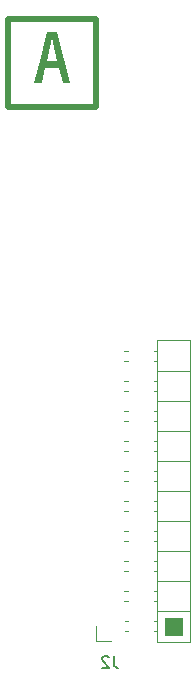
<source format=gbr>
%TF.GenerationSoftware,KiCad,Pcbnew,9.0.6*%
%TF.CreationDate,2026-01-11T11:52:41+09:00*%
%TF.ProjectId,MH01852029121Z2_MJ-HF_control,4d483031-3835-4323-9032-393132315a32,rev?*%
%TF.SameCoordinates,Original*%
%TF.FileFunction,Legend,Bot*%
%TF.FilePolarity,Positive*%
%FSLAX46Y46*%
G04 Gerber Fmt 4.6, Leading zero omitted, Abs format (unit mm)*
G04 Created by KiCad (PCBNEW 9.0.6) date 2026-01-11 11:52:41*
%MOMM*%
%LPD*%
G01*
G04 APERTURE LIST*
%ADD10C,0.100000*%
%ADD11C,0.500000*%
%ADD12C,0.150000*%
%ADD13C,0.120000*%
G04 APERTURE END LIST*
D10*
G36*
X134047582Y-32901706D02*
G01*
X133435144Y-32901706D01*
X133120070Y-31650266D01*
X131938851Y-31650266D01*
X131632631Y-32901706D01*
X130993631Y-32901706D01*
X131461525Y-31064084D01*
X132070131Y-31064084D01*
X132953680Y-31064084D01*
X132498778Y-29121437D01*
X132070131Y-31064084D01*
X131461525Y-31064084D01*
X132087534Y-28605474D01*
X132927424Y-28605474D01*
X134047582Y-32901706D01*
G37*
D11*
X128750000Y-27500000D02*
X136250000Y-27500000D01*
X136250000Y-35000000D01*
X128750000Y-35000000D01*
X128750000Y-27500000D01*
D12*
X137743333Y-81454819D02*
X137743333Y-82169104D01*
X137743333Y-82169104D02*
X137790952Y-82311961D01*
X137790952Y-82311961D02*
X137886190Y-82407200D01*
X137886190Y-82407200D02*
X138029047Y-82454819D01*
X138029047Y-82454819D02*
X138124285Y-82454819D01*
X137314761Y-81550057D02*
X137267142Y-81502438D01*
X137267142Y-81502438D02*
X137171904Y-81454819D01*
X137171904Y-81454819D02*
X136933809Y-81454819D01*
X136933809Y-81454819D02*
X136838571Y-81502438D01*
X136838571Y-81502438D02*
X136790952Y-81550057D01*
X136790952Y-81550057D02*
X136743333Y-81645295D01*
X136743333Y-81645295D02*
X136743333Y-81740533D01*
X136743333Y-81740533D02*
X136790952Y-81883390D01*
X136790952Y-81883390D02*
X137362380Y-82454819D01*
X137362380Y-82454819D02*
X136743333Y-82454819D01*
D13*
%TO.C,J2*%
X136230000Y-78930000D02*
X136230000Y-80200000D01*
X136230000Y-80200000D02*
X137500000Y-80200000D01*
X138577358Y-55640000D02*
X138962642Y-55640000D01*
X138577358Y-56500000D02*
X138962642Y-56500000D01*
X138577358Y-58180000D02*
X138962642Y-58180000D01*
X138577358Y-59040000D02*
X138962642Y-59040000D01*
X138577358Y-60720000D02*
X138962642Y-60720000D01*
X138577358Y-61580000D02*
X138962642Y-61580000D01*
X138577358Y-63260000D02*
X138962642Y-63260000D01*
X138577358Y-64120000D02*
X138962642Y-64120000D01*
X138577358Y-65800000D02*
X138962642Y-65800000D01*
X138577358Y-66660000D02*
X138962642Y-66660000D01*
X138577358Y-68340000D02*
X138962642Y-68340000D01*
X138577358Y-69200000D02*
X138962642Y-69200000D01*
X138577358Y-70880000D02*
X138962642Y-70880000D01*
X138577358Y-71740000D02*
X138962642Y-71740000D01*
X138577358Y-73420000D02*
X138962642Y-73420000D01*
X138577358Y-74280000D02*
X138962642Y-74280000D01*
X138577358Y-75960000D02*
X138962642Y-75960000D01*
X138577358Y-76820000D02*
X138962642Y-76820000D01*
X138660000Y-78500000D02*
X138962642Y-78500000D01*
X138660000Y-79360000D02*
X138962642Y-79360000D01*
X141117358Y-55640000D02*
X141430000Y-55640000D01*
X141117358Y-56500000D02*
X141430000Y-56500000D01*
X141117358Y-58180000D02*
X141430000Y-58180000D01*
X141117358Y-59040000D02*
X141430000Y-59040000D01*
X141117358Y-60720000D02*
X141430000Y-60720000D01*
X141117358Y-61580000D02*
X141430000Y-61580000D01*
X141117358Y-63260000D02*
X141430000Y-63260000D01*
X141117358Y-64120000D02*
X141430000Y-64120000D01*
X141117358Y-65800000D02*
X141430000Y-65800000D01*
X141117358Y-66660000D02*
X141430000Y-66660000D01*
X141117358Y-68340000D02*
X141430000Y-68340000D01*
X141117358Y-69200000D02*
X141430000Y-69200000D01*
X141117358Y-70880000D02*
X141430000Y-70880000D01*
X141117358Y-71740000D02*
X141430000Y-71740000D01*
X141117358Y-73420000D02*
X141430000Y-73420000D01*
X141117358Y-74280000D02*
X141430000Y-74280000D01*
X141117358Y-75960000D02*
X141430000Y-75960000D01*
X141117358Y-76820000D02*
X141430000Y-76820000D01*
X141117358Y-78500000D02*
X141430000Y-78500000D01*
X141117358Y-79360000D02*
X141430000Y-79360000D01*
X141430000Y-54690000D02*
X144190000Y-54690000D01*
X141430000Y-57340000D02*
X144190000Y-57340000D01*
X141430000Y-59880000D02*
X144190000Y-59880000D01*
X141430000Y-62420000D02*
X144190000Y-62420000D01*
X141430000Y-64960000D02*
X144190000Y-64960000D01*
X141430000Y-67500000D02*
X144190000Y-67500000D01*
X141430000Y-70040000D02*
X144190000Y-70040000D01*
X141430000Y-72580000D02*
X144190000Y-72580000D01*
X141430000Y-75120000D02*
X144190000Y-75120000D01*
X141430000Y-77660000D02*
X144190000Y-77660000D01*
X141430000Y-80310000D02*
X141430000Y-54690000D01*
X144190000Y-54690000D02*
X144190000Y-80310000D01*
X144190000Y-80310000D02*
X141430000Y-80310000D01*
X142045000Y-79645000D02*
X143500000Y-79645000D01*
X143500000Y-78215000D01*
X142045000Y-78215000D01*
X142045000Y-79645000D01*
G36*
X142045000Y-79645000D02*
G01*
X143500000Y-79645000D01*
X143500000Y-78215000D01*
X142045000Y-78215000D01*
X142045000Y-79645000D01*
G37*
%TD*%
M02*

</source>
